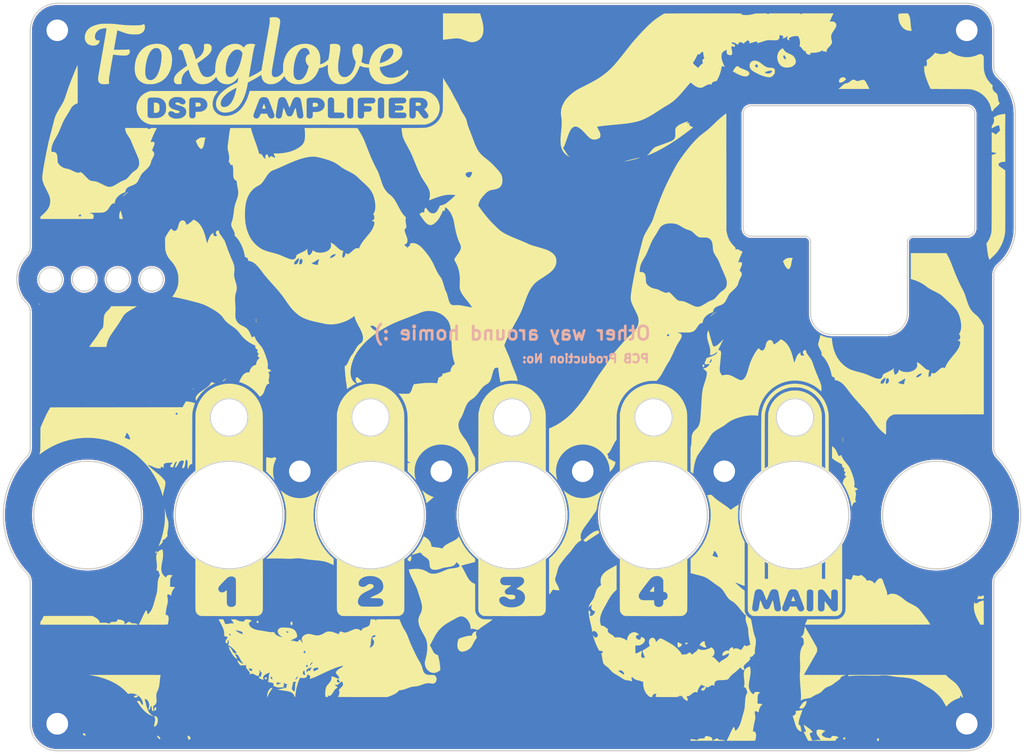
<source format=kicad_pcb>
(kicad_pcb (version 20221018) (generator pcbnew)
  (layers (0 "F.Cu" signal) (31 "B.Cu" signal) (34 "B.Paste" user) (35 "F.Paste" user) (36 "B.SilkS" user "B.Silkscreen") (37 "F.SilkS" user "F.Silkscreen") (38 "B.Mask" user) (39 "F.Mask" user) (44 "Edge.Cuts" user))
  (net 0 "")
  (net 1 "GND")
  (footprint "Amplifier Front Panel:trim" (layer "F.Cu") (at 148 118)
    (fp_text reference "Ref**" hide)
    (fp_text value "Val**" hide)
  )
  (footprint "Amplifier Front Panel:channel_main" (layer "F.Cu") (at 190 118)
    (fp_text reference "Ref**" hide)
    (fp_text value "Val**" hide)
  )
  (footprint "Amplifier Front Panel:panel_graphics" (layer "F.Cu") (at 148 118)
    (fp_text reference "Ref**" hide)
    (fp_text value "Val**" hide)
  )
  (footprint "Custom-Mechanical:MountingHole-3mm_small_annulus" (layer "F.Cu") (at 137.5 111.5)
    (fp_text reference "H4" hide)
    (fp_text value "M3" hide)
    (pad "1" thru_hole circle (at 0 0) (size 3.5 3.5) (drill 3.2) (layers "*.Cu" "*.Mask") (net 1 "GND"))
  )
  (footprint "Amplifier Front Panel:gain_trim" (layer "F.Cu") (at 85 118)
    (fp_text reference "Ref**" hide)
    (fp_text value "Val**" hide)
  )
  (footprint "Amplifier Front Panel:channel4" (layer "F.Cu") (at 169 118)
    (fp_text reference "Ref**" hide)
    (fp_text value "Val**" hide)
  )
  (footprint "Amplifier Front Panel:plating_pullback" (layer "F.Cu") (at 148 118)
    (fp_text reference "Ref**" hide)
    (fp_text value "Val**" hide)
  )
  (footprint "Custom-Mechanical:MountingHole-3mm_small_annulus" (layer "F.Cu") (at 215.5 149)
    (fp_text reference "H5" hide)
    (fp_text value "M3" hide)
    (pad "1" thru_hole circle (at 0 0) (size 3.5 3.5) (drill 3.2) (layers "*.Cu" "*.Mask") (net 1 "GND"))
  )
  (footprint "Custom-Mechanical:MountingHole-3mm_small_annulus" (layer "F.Cu") (at 80.5 46)
    (fp_text reference "H1" hide)
    (fp_text value "M3" hide)
    (pad "1" thru_hole circle (at 0 0) (size 3.5 3.5) (drill 3.2) (layers "*.Cu" "*.Mask") (net 1 "GND"))
  )
  (footprint "Amplifier Front Panel:channel3" (layer "F.Cu") (at 148 118)
    (fp_text reference "Ref**" hide)
    (fp_text value "Val**" hide)
  )
  (footprint "Custom-Mechanical:MountingHole-3mm_small_annulus" (layer "F.Cu") (at 80.5 149)
    (fp_text reference "H7" hide)
    (fp_text value "M3" hide)
    (pad "1" thru_hole circle (at 0 0) (size 3.5 3.5) (drill 3.2) (layers "*.Cu" "*.Mask") (net 1 "GND"))
    (pad "1" thru_hole circle (at 0 0) (size 3.5 3.5) (drill 3.2) (layers "*.Cu" "*.Mask") (net 1 "GND"))
  )
  (footprint "Amplifier Front Panel:channel2" (layer "F.Cu") (at 127 118)
    (fp_text reference "Ref**" hide)
    (fp_text value "Val**" hide)
  )
  (footprint "Amplifier Front Panel:display_trim" (layer "F.Cu") (at 199.5 66.9)
    (fp_text reference "Ref**" hide)
    (fp_text value "Val**" hide)
  )
  (footprint "Custom-Mechanical:MountingHole-3mm_small_annulus" (layer "F.Cu") (at 215.5 46)
    (fp_text reference "H3" hide)
    (fp_text value "M3" hide)
    (pad "1" thru_hole circle (at 0 0) (size 3.5 3.5) (drill 3.2) (layers "*.Cu" "*.Mask") (net 1 "GND"))
  )
  (footprint "Amplifier Front Panel:vol_trim" (layer "F.Cu") (at 211 118)
    (fp_text reference "Ref**" hide)
    (fp_text value "Val**" hide)
  )
  (footprint "Custom-Mechanical:MountingHole-3mm_small_annulus" (layer "F.Cu") (at 158.5 111.5)
    (fp_text reference "H6" hide)
    (fp_text value "M3" hide)
    (pad "1" thru_hole circle (at 0 0) (size 3.5 3.5) (drill 3.2) (layers "*.Cu" "*.Mask") (net 1 "GND"))
  )
  (footprint "Amplifier Front Panel:level" (layer "F.Cu") (at 87 83)
    (fp_text reference "Ref**" hide)
    (fp_text value "Val**" hide)
  )
  (footprint "Custom-Mechanical:MountingHole-3mm_small_annulus" (layer "F.Cu") (at 116.5 111.5)
    (fp_text reference "H2" hide)
    (fp_text value "M3" hide)
    (pad "1" thru_hole circle (at 0 0) (size 3.5 3.5) (drill 3.2) (layers "*.Cu" "*.Mask") (net 1 "GND"))
  )
  (footprint "Custom-Mechanical:MountingHole-3mm_small_annulus" (layer "F.Cu") (at 179.5 111.5)
    (fp_text reference "H8" hide)
    (fp_text value "M3" hide)
    (pad "1" thru_hole circle (at 0 0) (size 3.5 3.5) (drill 3.2) (layers "*.Cu" "*.Mask") (net 1 "GND"))
  )
  (footprint "Amplifier Front Panel:channel1" (layer "F.Cu") (at 106 118)
    (fp_text reference "Ref**" hide)
    (fp_text value "Val**" hide)
  )
  (footprint "Amplifier Front Panel:hole_mask_pullback" (layer "B.Cu") (at 137.5 111.5 180)
    (fp_text reference "REF**" hide)
    (fp_text value "hole_mask_pullback" hide)
  )
  (footprint "Amplifier Front Panel:hole_mask_pullback" (layer "B.Cu") (at 179.5 111.5 180)
    (fp_text reference "REF**" hide)
    (fp_text value "hole_mask_pullback" hide)
  )
  (footprint "Amplifier Front Panel:hole_mask_pullback" (layer "B.Cu") (at 80.5 46 180)
    (fp_text reference "REF**" hide)
    (fp_text value "hole_mask_pullback" hide)
  )
  (footprint "Amplifier Front Panel:hole_mask_pullback" (layer "B.Cu") (at 215.5 46 180)
    (fp_text reference "REF**" hide)
    (fp_text value "hole_mask_pullback" hide)
  )
  (footprint "Amplifier Front Panel:hole_mask_pullback" (layer "B.Cu") (at 80.5 149 180)
    (fp_text reference "REF**" hide)
    (fp_text value "hole_mask_pullback" hide)
  )
  (footprint "Amplifier Front Panel:hole_mask_pullback" (layer "B.Cu") (at 158.5 111.5 180)
    (fp_text reference "REF**" hide)
    (fp_text value "hole_mask_pullback" hide)
  )
  (footprint "Amplifier Front Panel:hole_mask_pullback" (layer "B.Cu") (at 215.5 149 180)
    (fp_text reference "REF**" hide)
    (fp_text value "hole_mask_pullback" hide)
  )
  (footprint "Amplifier Front Panel:hole_mask_pullback" (layer "B.Cu") (at 116.5 111.5 180)
    (fp_text reference "REF**" hide)
    (fp_text value "hole_mask_pullback" hide)
  )
  (gr_circle (center 148 103.5) (end 145.2 103.5) (stroke (width 0.2)) (fill none) (layer "Edge.Cuts"))
  (gr_arc (start 183.5 76.6) (mid 182.651472 76.248528) (end 182.3 75.4) (stroke (width 0.2)) (layer "Edge.Cuts"))
  (gr_line (start 219.5 51.425762) (end 219.5 46) (stroke (width 0.2)) (layer "Edge.Cuts"))
  (gr_circle (center 190 103.5) (end 187.2 103.5) (stroke (width 0.2)) (fill none) (layer "Edge.Cuts"))
  (gr_circle (center 94.5 83) (end 92.75 83) (stroke (width 0.2)) (fill none) (layer "Edge.Cuts"))
  (gr_arc (start 76.5 78.101021) (mid 76.351633 78.856946) (end 75.928571 79.500729) (stroke (width 0.2)) (layer "Edge.Cuts"))
  (gr_circle (center 127 103.5) (end 124.2 103.5) (stroke (width 0.2)) (fill none) (layer "Edge.Cuts"))
  (gr_line (start 182.3 75.4) (end 182.3 58.4) (stroke (width 0.2)) (layer "Edge.Cuts"))
  (gr_line (start 219.5 108) (end 219.5 82.374238) (stroke (width 0.2)) (layer "Edge.Cuts"))
  (gr_line (start 76.5 128) (end 76.5 149) (stroke (width 0.2)) (layer "Edge.Cuts"))
  (gr_line (start 183.5 57.2) (end 215.5 57.2) (stroke (width 0.2)) (layer "Edge.Cuts"))
  (gr_arc (start 220.051724 109.37931) (mid 223.5 118) (end 220.051724 126.62069) (stroke (width 0.2)) (layer "Edge.Cuts"))
  (gr_arc (start 76.5 108) (mid 76.356953 108.742781) (end 75.948276 109.37931) (stroke (width 0.2)) (layer "Edge.Cuts"))
  (gr_circle (center 85 118) (end 77 118) (stroke (width 0.2)) (fill none) (layer "Edge.Cuts"))
  (gr_line (start 203.5 91.2) (end 195.5 91.2) (stroke (width 0.2)) (layer "Edge.Cuts"))
  (gr_arc (start 75.948276 126.62069) (mid 76.356953 127.257219) (end 76.5 128) (stroke (width 0.2)) (layer "Edge.Cuts"))
  (gr_circle (center 106 118) (end 98 118) (stroke (width 0.2)) (fill none) (layer "Edge.Cuts"))
  (gr_arc (start 206.7 88) (mid 205.762742 90.262742) (end 203.5 91.2) (stroke (width 0.2)) (layer "Edge.Cuts"))
  (gr_arc (start 220.051724 109.37931) (mid 219.643047 108.742781) (end 219.5 108) (stroke (width 0.2)) (layer "Edge.Cuts"))
  (gr_arc (start 215.5 57.2) (mid 216.348528 57.551472) (end 216.7 58.4) (stroke (width 0.2)) (layer "Edge.Cuts"))
  (gr_arc (start 219.5 128) (mid 219.643047 127.257219) (end 220.051724 126.62069) (stroke (width 0.2)) (layer "Edge.Cuts"))
  (gr_line (start 76.5 46) (end 76.5 78.101021) (stroke (width 0.2)) (layer "Edge.Cuts"))
  (gr_line (start 80.5 153) (end 215.5 153) (stroke (width 0.2)) (layer "Edge.Cuts"))
  (gr_circle (center 79.5 83) (end 77.75 83) (stroke (width 0.2)) (fill none) (layer "Edge.Cuts"))
  (gr_circle (center 106 103.5) (end 103.2 103.5) (stroke (width 0.2)) (fill none) (layer "Edge.Cuts"))
  (gr_arc (start 76.5 46) (mid 77.671573 43.171573) (end 80.5 42) (stroke (width 0.2)) (layer "Edge.Cuts"))
  (gr_arc (start 80.5 153) (mid 77.671573 151.828427) (end 76.5 149) (stroke (width 0.2)) (layer "Edge.Cuts"))
  (gr_line (start 222.7 75.4) (end 222.7 58.4) (stroke (width 0.2)) (layer "Edge.Cuts"))
  (gr_arc (start 220.195652 52.9419) (mid 219.682213 52.259819) (end 219.5 51.425762) (stroke (width 0.2)) (layer "Edge.Cuts"))
  (gr_arc (start 191.5 76.6) (mid 192.065685 76.834315) (end 192.3 77.4) (stroke (width 0.2)) (layer "Edge.Cuts"))
  (gr_circle (center 148 118) (end 140 118) (stroke (width 0.2)) (fill none) (layer "Edge.Cuts"))
  (gr_line (start 76.5 87.898979) (end 76.5 108) (stroke (width 0.2)) (layer "Edge.Cuts"))
  (gr_arc (start 222.7 75.4) (mid 222.044031 78.402608) (end 220.195652 80.8581) (stroke (width 0.2)) (layer "Edge.Cuts"))
  (gr_arc (start 182.3 58.4) (mid 182.651472 57.551472) (end 183.5 57.2) (stroke (width 0.2)) (layer "Edge.Cuts"))
  (gr_arc (start 206.7 77.4) (mid 206.934315 76.834315) (end 207.5 76.6) (stroke (width 0.2)) (layer "Edge.Cuts"))
  (gr_circle (center 127 118) (end 119 118) (stroke (width 0.2)) (fill none) (layer "Edge.Cuts"))
  (gr_line (start 215.5 76.6) (end 207.5 76.6) (stroke (width 0.2)) (layer "Edge.Cuts"))
  (gr_arc (start 75.928571 86.499271) (mid 76.351646 87.143049) (end 76.5 87.898979) (stroke (width 0.2)) (layer "Edge.Cuts"))
  (gr_line (start 215.5 42) (end 80.5 42) (stroke (width 0.2)) (layer "Edge.Cuts"))
  (gr_arc (start 195.5 91.2) (mid 193.237258 90.262742) (end 192.3 88) (stroke (width 0.2)) (layer "Edge.Cuts"))
  (gr_circle (center 169 103.5) (end 166.2 103.5) (stroke (width 0.2)) (fill none) (layer "Edge.Cuts"))
  (gr_line (start 192.3 88) (end 192.3 77.4) (stroke (width 0.2)) (layer "Edge.Cuts"))
  (gr_circle (center 211 118) (end 203 118) (stroke (width 0.2)) (fill none) (layer "Edge.Cuts"))
  (gr_line (start 206.7 77.4) (end 206.7 88) (stroke (width 0.2)) (layer "Edge.Cuts"))
  (gr_arc (start 216.7 75.4) (mid 216.348528 76.248528) (end 215.5 76.6) (stroke (width 0.2)) (layer "Edge.Cuts"))
  (gr_line (start 216.7 58.4) (end 216.7 75.4) (stroke (width 0.2)) (layer "Edge.Cuts"))
  (gr_arc (start 75.928571 86.499271) (mid 74.5 83) (end 75.928571 79.500729) (stroke (width 0.2)) (layer "Edge.Cuts"))
  (gr_circle (center 190 118) (end 182 118) (stroke (width 0.2)) (fill none) (layer "Edge.Cuts"))
  (gr_line (start 219.5 149) (end 219.5 128) (stroke (width 0.2)) (layer "Edge.Cuts"))
  (gr_arc (start 219.5 82.374238) (mid 219.682213 81.540181) (end 220.195652 80.8581) (stroke (width 0.2)) (layer "Edge.Cuts"))
  (gr_circle (center 89.5 83) (end 87.75 83) (stroke (width 0.2)) (fill none) (layer "Edge.Cuts"))
  (gr_arc (start 219.5 149) (mid 218.328427 151.828427) (end 215.5 153) (stroke (width 0.2)) (layer "Edge.Cuts"))
  (gr_arc (start 75.948276 126.62069) (mid 72.5 118) (end 75.948276 109.37931) (stroke (width 0.2)) (layer "Edge.Cuts"))
  (gr_arc (start 215.5 42) (mid 218.328427 43.171573) (end 219.5 46) (stroke (width 0.2)) (layer "Edge.Cuts"))
  (gr_circle (center 169 118) (end 161 118) (stroke (width 0.2)) (fill none) (layer "Edge.Cuts"))
  (gr_line (start 191.5 76.6) (end 183.5 76.6) (stroke (width 0.2)) (layer "Edge.Cuts"))
  (gr_circle (center 84.5 83) (end 82.75 83) (stroke (width 0.2)) (fill none) (layer "Edge.Cuts"))
  (gr_arc (start 220.195652 52.9419) (mid 222.044031 55.397392) (end 222.7 58.4) (stroke (width 0.2)) (layer "Edge.Cuts"))
  (gr_text "PCB Production No:" (at 168.5 95.5) (layer "B.SilkS") (effects (font (size 1.25 1.25) (thickness 0.3125) bold) (justify left bottom mirror)))
  (gr_text "Other way around homie :)" (at 148 91) (layer "B.SilkS") (effects (font (size 2 2) (thickness 0.4) bold) (justify mirror)))
  (zone (net 1) (net_name "GND") (layers "F&B.Cu") (connect_pads yes (clearance 0.5)) (min_thickness 0.25) (fill yes (thermal_gap 0.5) (thermal_bridge_width 0.5))
    (polygon (pts (xy 72 41.5) (xy 224 41.5) (xy 224 153.5) (xy 72 153.5)))
  )
)
</source>
